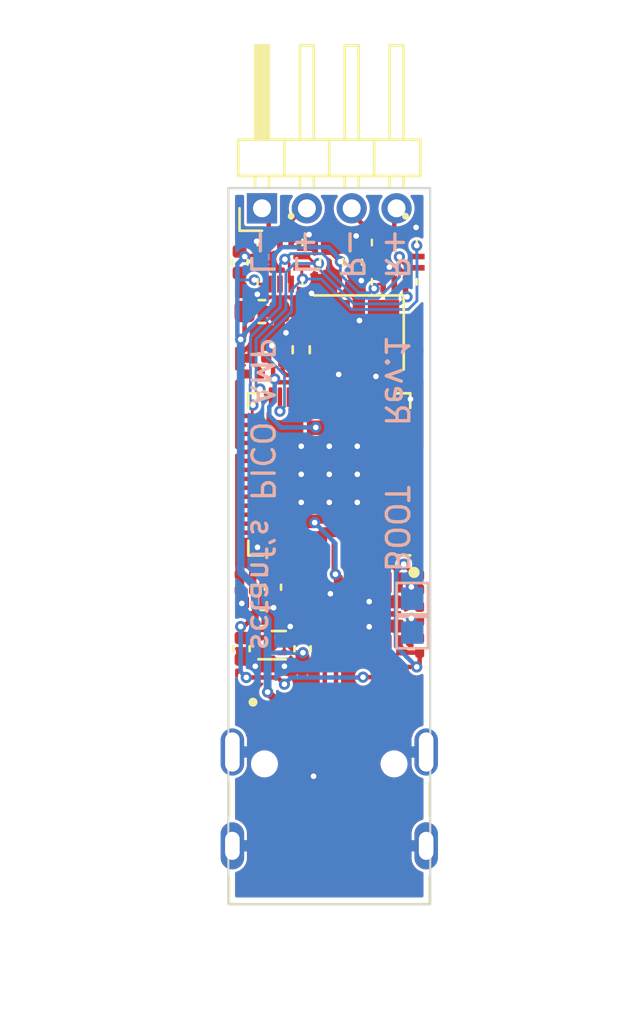
<source format=kicad_pcb>
(kicad_pcb (version 20221018) (generator pcbnew)
  (layers (0 "F.Cu" signal) (31 "B.Cu" signal) (34 "B.Paste" user) (35 "F.Paste" user) (36 "B.SilkS" user "B.Silkscreen") (37 "F.SilkS" user "F.Silkscreen") (38 "B.Mask" user) (39 "F.Mask" user) (44 "Edge.Cuts" user))
  (net 0 "")
  (net 1 "/USB_DN")
  (net 2 "/USB_DP")
  (net 3 "+3V3")
  (net 16 "+1V1")
  (net 17 "/~{USB_BOOT}")
  (net 33 "/LRCLK")
  (net 34 "/BCLK")
  (net 35 "/DOUT")
  (net 39 "L+")
  (net 40 "L-")
  (net 41 "R+")
  (net 42 "R-")
  (net 43 "VCC")
  (net 44 "GND")
  (net 45 "Net-(U1-XIN)")
  (net 46 "Net-(U1-XOUT)")
  (net 47 "Net-(C5-Pad1)")
  (net 48 "Net-(IC3-~{CS})")
  (net 49 "Net-(IC3-DO(IO1))")
  (net 50 "Net-(IC3-IO2)")
  (net 51 "Net-(IC3-DI(IO0))")
  (net 52 "Net-(IC3-CLK)")
  (net 53 "Net-(IC3-IO3)")
  (net 54 "Net-(U1-USB_DM)")
  (net 55 "Net-(U1-USB_DP)")
  (net 58 "Net-(J3-CC1)")
  (net 59 "Net-(J3-CC2)")
  (footprint "Resistor_SMD:R_0201_0603Metric" (layer "F.Cu") (at 139 99.37 90)
    (fp_text reference "R3" hide)
    (fp_text value "27R" hide)
  )
  (footprint "Capacitor_SMD:C_0201_0603Metric" (layer "F.Cu") (at 136.58 90.08)
    (fp_text reference "C23" hide)
    (fp_text value "100n" hide)
  )
  (footprint "Resistor_SMD:R_0201_0603Metric" (layer "F.Cu") (at 142.3 104.4)
    (fp_text reference "R6" hide)
    (fp_text value "5K1")
  )
  (footprint "Capacitor_SMD:C_0402_1005Metric" (layer "F.Cu") (at 137.49 99.58 -90)
    (fp_text reference "C16" hide)
    (fp_text value "1u" hide)
  )
  (footprint "Capacitor_SMD:C_0201_0603Metric" (layer "F.Cu") (at 136.33 99.02 180)
    (fp_text reference "C17" hide)
    (fp_text value "100n" hide)
  )
  (footprint "Capacitor_SMD:C_0402_1005Metric" (layer "F.Cu") (at 136 85.1 -90)
    (fp_text reference "C4" hide)
    (fp_text value "0.1uF" hide)
  )
  (footprint "Resistor_SMD:R_0201_0603Metric" (layer "F.Cu") (at 138.3 99.37 90)
    (fp_text reference "R2" hide)
    (fp_text value "27R" hide)
  )
  (footprint "Capacitor_SMD:C_0603_1608Metric" (layer "F.Cu") (at 137 87.3)
    (fp_text reference "C1" hide)
    (fp_text value "10uF" hide)
  )
  (footprint "Capacitor_SMD:C_0201_0603Metric" (layer "F.Cu") (at 144.03 102.17 90)
    (fp_text reference "C24" hide)
    (fp_text value "100n" hide)
  )
  (footprint "Capacitor_SMD:C_0201_0603Metric" (layer "F.Cu") (at 138.87 87.37 90)
    (fp_text reference "C5" hide)
    (fp_text value "15pF" hide)
  )
  (footprint "SamacSys_Parts:MAX98360AEFB" (layer "F.Cu") (at 142.9 85.1 -90)
    (fp_text reference "IC2" hide)
    (fp_text value "MAX98360AEFB+T" hide)
  )
  (footprint "Capacitor_SMD:C_0201_0603Metric" (layer "F.Cu") (at 143.77 89.73 90)
    (fp_text reference "C21" hide)
    (fp_text value "100n" hide)
  )
  (footprint "Resistor_SMD:R_0201_0603Metric" (layer "F.Cu") (at 144.03 100.77 90)
    (fp_text reference "R4" hide)
    (fp_text value "1k" hide)
  )
  (footprint "Package_DFN_QFN:UDFN-4-1EP_1x1mm_P0.65mm_EP0.48x0.48mm" (layer "F.Cu") (at 137.45 102.16)
    (fp_text reference "U2" hide)
    (fp_text value "MIC5317-3.3xM5" hide)
  )
  (footprint "Capacitor_SMD:C_0201_0603Metric" (layer "F.Cu") (at 136.87 89.38 180)
    (fp_text reference "C15" hide)
    (fp_text value "100n" hide)
  )
  (footprint "Crystal:Crystal_SMD_3225-4Pin_3.2x2.5mm" (layer "F.Cu") (at 141.32 88.23 180)
    (fp_text reference "Y1" hide)
    (fp_text value "Crystal_GND24" hide)
  )
  (footprint "Capacitor_SMD:C_0201_0603Metric" (layer "F.Cu") (at 140.4 99.57 -90)
    (fp_text reference "C14" hide)
    (fp_text value "100n" hide)
  )
  (footprint "Resistor_SMD:R_0402_1005Metric" (layer "F.Cu") (at 138.75 89 -90)
    (fp_text reference "R1" hide)
    (fp_text value "1K" hide)
  )
  (footprint "Capacitor_SMD:C_0201_0603Metric" (layer "F.Cu") (at 137.92 89.23 90)
    (fp_text reference "C20" hide)
    (fp_text value "100n" hide)
  )
  (footprint "footprint:HRO_TYPE-C-31-M-12" (layer "F.Cu") (at 140 111.1)
    (fp_text reference "J3" hide)
    (fp_text value "TYPE-C-31-M-12")
  )
  (footprint "Capacitor_SMD:C_0603_1608Metric" (layer "F.Cu") (at 140.1 85.1 -90)
    (fp_text reference "C2" hide)
    (fp_text value "10uF" hide)
  )
  (footprint "Capacitor_SMD:C_0201_0603Metric" (layer "F.Cu") (at 139.7 99.57 -90)
    (fp_text reference "C12" hide)
    (fp_text value "100n" hide)
  )
  (footprint "SamacSys_Parts:MAX98360AEFB" (layer "F.Cu") (at 137.8 85.1 -90)
    (fp_text reference "IC1" hide)
    (fp_text value "MAX98360AEFB+T" hide)
  )
  (footprint "Resistor_SMD:R_0201_0603Metric" (layer "F.Cu") (at 138.8 104.1 -90)
    (fp_text reference "R5" hide)
    (fp_text value "5K1")
  )
  (footprint "Capacitor_SMD:C_0402_1005Metric" (layer "F.Cu") (at 136.09 102.32 -90)
    (fp_text reference "C8" hide)
    (fp_text value "1uF" hide)
  )
  (footprint "Capacitor_SMD:C_0201_0603Metric" (layer "F.Cu") (at 144.03 99.37 -90)
    (fp_text reference "C22" hide)
    (fp_text value "100n" hide)
  )
  (footprint "Package_DFN_QFN:QFN-56-1EP_7x7mm_P0.4mm_EP3.2x3.2mm" (layer "F.Cu") (at 140 94.55 180)
    (fp_text reference "U1" hide)
    (fp_text value "RP2040" hide)
  )
  (footprint "Capacitor_SMD:C_0402_1005Metric" (layer "F.Cu") (at 137.05 100.95)
    (fp_text reference "C18" hide)
    (fp_text value "1u" hide)
  )
  (footprint "SamacSys_Parts:SON50P300X200X60-9N" (layer "F.Cu") (at 142.38 100.77 -90)
    (fp_text reference "IC3" hide)
    (fp_text value "W25Q16JVUXIQ_TR" hide)
  )
  (footprint "Capacitor_SMD:C_0402_1005Metric" (layer "F.Cu") (at 141.1 85.1 -90)
    (fp_text reference "C3" hide)
    (fp_text value "0.1uF" hide)
  )
  (footprint "Capacitor_SMD:C_0402_1005Metric" (layer "F.Cu") (at 138.81 102.32 90)
    (fp_text reference "C7" hide)
    (fp_text value "1uF" hide)
  )
  (footprint "Capacitor_SMD:C_0201_0603Metric" (layer "F.Cu") (at 136.33 99.72 180)
    (fp_text reference "C19" hide)
    (fp_text value "100n" hide)
  )
  (footprint "Connector_PinHeader_2.00mm:PinHeader_1x04_P2.00mm_Horizontal" (layer "F.Cu") (at 137 82.7 90)
    (fp_text reference "J1" hide)
    (fp_text value "Conn_01x04_Pin" hide)
  )
  (footprint "Capacitor_SMD:C_0201_0603Metric" (layer "F.Cu") (at 143.77 88.33 -90)
    (fp_text reference "C6" hide)
    (fp_text value "15pF" hide)
  )
  (footprint "TestPoint:TestPoint_Pad_1.0x1.0mm" (layer "B.Cu") (at 143.7 101.6 180)
    (fp_text reference "TP2" hide)
    (fp_text value "TestPoint" hide)
  )
  (footprint "TestPoint:TestPoint_Pad_1.0x1.0mm" (layer "B.Cu") (at 143.7 100.09 180)
    (fp_text reference "TP1" hide)
    (fp_text value "TestPoint" hide)
  )
  (gr_rect (start 135.5 81.8) (end 144.5 113.7) (stroke (width 0.1)) (fill none) (layer "Edge.Cuts"))
  (gr_text "R+" (at 143 83.5 270) (layer "B.SilkS") (effects (font (size 1 1)) (justify right mirror)))
  (gr_text "R-" (at 141 83.5 270) (layer "B.SilkS") (effects (font (size 1 1)) (justify right mirror)))
  (gr_text "BOOT" (at 143 99 270) (layer "B.SilkS") (effects (font (size 1 1)) (justify left mirror)))
  (gr_text "L-" (at 137 83.5 270) (layer "B.SilkS") (effects (font (size 1 1)) (justify right mirror)))
  (gr_text "Rev.1" (at 143 92.5 270) (layer "B.SilkS") (effects (font (size 1 1)) (justify left mirror)))
  (gr_text "L+" (at 139 83.5 270) (layer "B.SilkS") (effects (font (size 1 1)) (justify right mirror)))
  (gr_text "sctanf's PICO AMP" (at 137 102.5 270) (layer "B.SilkS") (effects (font (size 1 1)) (justify left mirror)))
  (segment (start 139.55 101.15) (end 139.6 101.2) (width 0.2) (layer "F.Cu") (net 1))
  (segment (start 139.8 104.8) (end 139.8 101.4) (width 0.2) (layer "F.Cu") (net 1))
  (segment (start 139.25 105.25) (end 139.25 106.005) (width 0.2) (layer "F.Cu") (net 1))
  (segment (start 138.3 99.69) (end 138.3 99.9) (width 0.2) (layer "F.Cu") (net 1))
  (segment (start 138.3 99.9) (end 139.55 101.15) (width 0.2) (layer "F.Cu") (net 1))
  (segment (start 139.7 104.8) (end 139.25 105.25) (width 0.2) (layer "F.Cu") (net 1))
  (segment (start 140.25 105.08) (end 139.97 104.8) (width 0.2) (layer "F.Cu") (net 1))
  (segment (start 139.97 104.8) (end 139.8 104.8) (width 0.2) (layer "F.Cu") (net 1))
  (segment (start 140.25 106.005) (end 140.25 105.08) (width 0.2) (layer "F.Cu") (net 1))
  (segment (start 139.8 101.4) (end 139.55 101.15) (width 0.2) (layer "F.Cu") (net 1))
  (segment (start 139.8 104.8) (end 139.7 104.8) (width 0.2) (layer "F.Cu") (net 1))
  (segment (start 139 100.14038) (end 140.3 101.44038) (width 0.2) (layer "F.Cu") (net 2))
  (segment (start 139 99.69) (end 139 100.14038) (width 0.2) (layer "F.Cu") (net 2))
  (segment (start 140.6 107.4) (end 140.1 107.4) (width 0.2) (layer "F.Cu") (net 2))
  (segment (start 140.75 107.25) (end 140.6 107.4) (width 0.2) (layer "F.Cu") (net 2))
  (segment (start 140.75 104.95) (end 140.75 106.005) (width 0.2) (layer "F.Cu") (net 2))
  (segment (start 140.3 101.44038) (end 140.3 104.5) (width 0.2) (layer "F.Cu") (net 2))
  (segment (start 139.75 106.005) (end 139.75 107.05) (width 0.2) (layer "F.Cu") (net 2))
  (segment (start 140.3 104.5) (end 140.75 104.95) (width 0.2) (layer "F.Cu") (net 2))
  (segment (start 140.75 106.005) (end 140.75 107.25) (width 0.2) (layer "F.Cu") (net 2))
  (segment (start 139.75 107.05) (end 140.1 107.4) (width 0.2) (layer "F.Cu") (net 2))
  (segment (start 143.875 93.55) (end 144.1 93.325) (width 0.2) (layer "F.Cu") (net 3))
  (segment (start 136.65 100.87) (end 136.57 100.95) (width 0.2) (layer "F.Cu") (net 3))
  (segment (start 136.09 101.84) (end 136.905 101.84) (width 0.2) (layer "F.Cu") (net 3))
  (segment (start 138 103.9) (end 137.7 103.6) (width 0.2) (layer "F.Cu") (net 3))
  (segment (start 139.7 99.25) (end 139.8 99.15) (width 0.2) (layer "F.Cu") (net 3))
  (segment (start 139.4 98.760378) (end 139.7 99.060378) (width 0.2) (layer "F.Cu") (net 3))
  (segment (start 139.8 97.15) (end 139.8 97.55) (width 0.2) (layer "F.Cu") (net 3))
  (segment (start 139.7 99.060378) (end 139.7 99.25) (width 0.2) (layer "F.Cu") (net 3))
  (segment (start 137.4 97.9875) (end 136.65 98.7375) (width 0.2) (layer "F.Cu") (net 3))
  (segment (start 138.06 90.125) (end 137.92 89.985) (width 0.2) (layer "F.Cu") (net 3))
  (segment (start 136.125 93.55) (end 135.9 93.325) (width 0.2) (layer "F.Cu") (net 3))
  (segment (start 137.8 97.35) (end 137.6 97.15) (width 0.2) (layer "F.Cu") (net 3))
  (segment (start 136.5625 93.55) (end 136.125 93.55) (width 0.2) (layer "F.Cu") (net 3))
  (segment (start 143.13 102.17) (end 143.45 102.49) (width 0.2) (layer "F.Cu") (net 3))
  (segment (start 139.8 99.15) (end 139.8 97.9875) (width 0.2) (layer "F.Cu") (net 3))
  (segment (start 143.77 90.05) (end 143.76 90.05) (width 0.2) (layer "F.Cu") (net 3))
  (segment (start 139.8 90.626472) (end 139.298527 90.125) (width 0.2) (layer "F.Cu") (net 3))
  (segment (start 137.92 89.985) (end 137.92 89.55) (width 0.2) (layer "F.Cu") (net 3))
  (segment (start 136.0495 101.33) (end 136.09 101.3705) (width 0.2) (layer "F.Cu") (net 3))
  (segment (start 144.03 97.7425) (end 143.4375 97.15) (width 0.2) (layer "F.Cu") (net 3))
  (segment (start 136.65 99.72) (end 136.65 100.87) (width 0.2) (layer "F.Cu") (net 3))
  (segment (start 136.5625 93.55) (end 137.4 93.55) (width 0.2) (layer "F.Cu") (net 3))
  (segment (start 139.4 97.35) (end 139.6 97.15) (width 0.2) (layer "F.Cu") (net 3))
  (segment (start 139.8 91.1125) (end 139.8 90.626472) (width 0.2) (layer "F.Cu") (net 3))
  (segment (start 136.09 101.3705) (end 136.09 101.84) (width 0.2) (layer "F.Cu") (net 3))
  (segment (start 136.905 101.84) (end 136.91 101.835) (width 0.2) (layer "F.Cu") (net 3))
  (segment (start 137.8 97.9875) (end 137.4 97.9875) (width 0.2) (layer "F.Cu") (net 3))
  (segment (start 136.0495 101.33) (end 136.19 101.33) (width 0.2) (layer "F.Cu") (net 3))
  (segment (start 143.4375 93.55) (end 143.875 93.55) (width 0.2) (layer "F.Cu") (net 3))
  (segment (start 144.03 103) (end 143.9 103.13) (width 0.2) (layer "F.Cu") (net 3))
  (segment (start 144.03 99.05) (end 144.03 97.7425) (width 0.2) (layer "F.Cu") (net 3))
  (segment (start 143.4375 93.55) (end 142.6 93.55) (width 0.2) (layer "F.Cu") (net 3))
  (segment (start 144.03 99.05) (end 143.822583 99.05) (width 0.2) (layer "F.Cu") (net 3))
  (segment (start 136.65 99.02) (end 136.65 99.72) (width 0.2) (layer "F.Cu") (net 3))
  (segment (start 139.8 97.9875) (end 139.8 97.15) (width 0.2) (layer "F.Cu") (net 3))
  (segment (start 144.1 90.38) (end 143.77 90.05) (width 0.2) (layer "F.Cu") (net 3))
  (segment (start 137.8 97.9875) (end 137.8 97.35) (width 0.2) (layer "F.Cu") (net 3))
  (segment (start 143.4375 97.15) (end 142.6 97.15) (width 0.2) (layer "F.Cu") (net 3))
  (segment (start 137.4 97.9875) (end 137.4 97.15) (width 0.2) (layer "F.Cu") (net 3))
  (segment (start 139.4 97.9875) (end 139.4 97.35) (width 0.2) (layer "F.Cu") (net 3))
  (segment (start 139.8 91.75) (end 140 91.95) (width 0.2) (layer "F.Cu") (net 3))
  (segment (start 136.19 101.33) (end 136.57 100.95) (width 0.2) (layer "F.Cu") (net 3))
  (segment (start 136.65 98.7375) (end 136.65 99.02) (width 0.2) (layer "F.Cu") (net 3))
  (segment (start 135.9 93.325) (end 135.9 90.44) (width 0.2) (layer "F.Cu") (net 3))
  (segment (start 137.7 103.6) (end 136.3 103.6) (width 0.2) (layer "F.Cu") (net 3))
  (segment (start 144.1 93.325) (end 144.1 90.38) (width 0.2) (layer "F.Cu") (net 3))
  (segment (start 143.822583 99.05) (end 143.320252 98.547669) (width 0.2) (layer "F.Cu") (net 3))
  (segment (start 141.505613 103.585659) (end 142.214341 103.585659) (width 0.2) (layer "F.Cu") (net 3))
  (segment (start 142.67 103.13) (end 143.9 103.13) (width 0.2) (layer "F.Cu") (net 3))
  (segment (start 139.4 97.9875) (end 139.4 98.760378) (width 0.2) (layer "F.Cu") (net 3))
  (segment (start 143.45 102.49) (end 144.03 102.49) (width 0.2) (layer "F.Cu") (net 3))
  (segment (start 139.8 91.1125) (end 139.8 91.75) (width 0.2) (layer "F.Cu") (net 3))
  (segment (start 139.298527 90.125) (end 138.06 90.125) (width 0.2) (layer "F.Cu") (net 3))
  (segment (start 136.5625 97.15) (end 137.4 97.15) (width 0.2) (layer "F.Cu") (net 3))
  (segment (start 142.214341 103.585659) (end 142.67 103.13) (width 0.2) (layer "F.Cu") (net 3))
  (segment (start 144.03 102.49) (end 144.03 103) (width 0.2) (layer "F.Cu") (net 3))
  (segment (start 135.9 90.44) (end 136.26 90.08) (width 0.2) (layer "F.Cu") (net 3))
  (via (at 136.0495 101.33) (size 0.5) (drill 0.25) (layers "F.Cu" "B.Cu") (net 3))
  (via (at 143.320252 98.547669) (size 0.5) (drill 0.25) (layers "F.Cu" "B.Cu") (net 3))
  (via (at 143.9 103.13) (size 0.5) (drill 0.25) (layers "F.Cu" "B.Cu") (net 3))
  (via (at 138 103.9) (size 0.5) (drill 0.25) (layers "F.Cu" "B.Cu") (net 3))
  (via (at 136.3 103.6) (size 0.5) (drill 0.25) (layers "F.Cu" "B.Cu") (net 3))
  (via (at 141.505613 103.585659) (size 0.5) (drill 0.25) (layers "F.Cu" "B.Cu") (net 3))
  (segment (start 136.0495 103.3495) (end 136.0495 101.33) (width 0.2) (layer "B.Cu") (net 3))
  (segment (start 136.3 103.6) (end 136.0495 103.3495) (width 0.2) (layer "B.Cu") (net 3))
  (segment (start 138.3 103.6) (end 138 103.9) (width 0.2) (layer "B.Cu") (net 3))
  (segment (start 142.975 98.892921) (end 142.975 102.205) (width 0.2) (layer "B.Cu") (net 3))
  (segment (start 141.505613 103.585659) (end 141.491272 103.6) (width 0.2) (layer "B.Cu") (net 3))
  (segment (start 142.975 102.205) (end 143.9 103.13) (width 0.2) (layer "B.Cu") (net 3))
  (segment (start 143.320252 98.547669) (end 142.975 98.892921) (width 0.2) (layer "B.Cu") (net 3))
  (segment (start 141.491272 103.6) (end 138.3 103.6) (width 0.2) (layer "B.Cu") (net 3))
  (segment (start 137.714945 90.45) (end 137.495 90.230055) (width 0.2) (layer "F.Cu") (net 16))
  (segment (start 138.2 97.9875) (end 138.2 97.15) (width 0.2) (layer "F.Cu") (net 16))
  (segment (start 140.274098 99.001132) (end 140.2 98.927034) (width 0.2) (layer "F.Cu") (net 16))
  (segment (start 138.2 98.43) (end 137.53 99.1) (width 0.2) (layer "F.Cu") (net 16))
  (segment (start 137.495 90.230055) (end 137.495 89.685) (width 0.2) (layer "F.Cu") (net 16))
  (segment (start 137.495 89.685) (end 137.19 89.38) (width 0.2) (layer "F.Cu") (net 16))
  (segment (start 137.53 99.1) (end 137.49 99.1) (width 0.2) (layer "F.Cu") (net 16))
  (segment (start 139.4 91.1125) (end 139.4 90.686092) (width 0.2) (layer "F.Cu") (net 16))
  (segment (start 139.4 90.686092) (end 139.163908 90.45) (width 0.2) (layer "F.Cu") (net 16))
  (segment (start 140.2 98.927034) (end 140.2 97.9875) (width 0.2) (layer "F.Cu") (net 16))
  (segment (start 140.4 99.127034) (end 140.274098 99.001132) (width 0.2) (layer "F.Cu") (net 16))
  (segment (start 139.163908 90.45) (end 137.714945 90.45) (width 0.2) (layer "F.Cu") (net 16))
  (segment (start 138.2 97.9875) (end 138.2 98.43) (width 0.2) (layer "F.Cu") (net 16))
  (via (at 139.35 96.7) (size 0.5) (drill 0.25) (layers "F.Cu" "B.Cu") (net 16))
  (via (at 137.566749 90.301804) (size 0.5) (drill 0.25) (layers "F.Cu" "B.Cu") (net 16))
  (via (at 139.4 92.46) (size 0.5) (drill 0.25) (layers "F.Cu" "B.Cu") (net 16))
  (via (at 140.274098 99.001132) (size 0.5) (drill 0.25) (layers "F.Cu" "B.Cu") (net 16))
  (segment (start 140.274098 99.001132) (end 140.274098 97.624098) (width 0.2) (layer "B.Cu") (net 16))
  (segment (start 140.274098 97.624098) (end 139.35 96.7) (width 0.2) (layer "B.Cu") (net 16))
  (segment (start 137.324852 91.541565) (end 137.324852 91.935069) (width 0.2) (layer "B.Cu") (net 16))
  (segment (start 137.566749 91.299668) (end 137.324852 91.541565) (width 0.2) (layer "B.Cu") (net 16))
  (segment (start 137.849783 92.46) (end 139.4 92.46) (width 0.2) (layer "B.Cu") (net 16))
  (segment (start 137.566749 90.301804) (end 137.566749 91.299668) (width 0.2) (layer "B.Cu") (net 16))
  (segment (start 137.324852 91.935069) (end 137.849783 92.46) (width 0.2) (layer "B.Cu") (net 16))
  (segment (start 143.781604 101.09) (end 143.658683 100.967079) (width 0.125) (layer "F.Cu") (net 17))
  (segment (start 144.03 101.09) (end 143.781604 101.09) (width 0.125) (layer "F.Cu") (net 17))
  (via (at 143.658683 100.967079) (size 0.5) (drill 0.25) (layers "F.Cu" "B.Cu") (net 17))
  (segment (start 139.040166 84.85) (end 138.775 84.85) (width 0.125) (layer "F.Cu") (net 33))
  (segment (start 143.468567 86.643063) (end 143.4 86.574496) (width 0.125) (layer "F.Cu") (net 33))
  (segment (start 137.2725 91.1125) (end 136.91 90.75) (width 0.125) (layer "F.Cu") (net 33))
  (segment (start 137.4 91.1125) (end 137.2725 91.1125) (width 0.125) (layer "F.Cu") (net 33))
  (segment (start 139.518168 85.156423) (end 139.346589 85.156423) (width 0.125) (layer "F.Cu") (net 33))
  (segment (start 139.346589 85.156423) (end 139.040166 84.85) (width 0.125) (layer "F.Cu") (net 33))
  (segment (start 143.4 86.574496) (end 143.4 86.075) (width 0.125) (layer "F.Cu") (net 33))
  (via (at 139.518168 85.156423) (size 0.5) (drill 0.25) (layers "F.Cu" "B.Cu") (net 33))
  (via (at 143.468567 86.643063) (size 0.5) (drill 0.25) (layers "F.Cu" "B.Cu") (net 33))
  (via (at 136.91 90.75) (size 0.5) (drill 0.25) (layers "F.Cu" "B.Cu") (net 33))
  (segment (start 139.518168 85.377093) (end 139.518168 85.156423) (width 0.125) (layer "B.Cu") (net 33))
  (segment (start 138.066624 87.201763) (end 136.737 88.531388) (width 0.125) (layer "B.Cu") (net 33))
  (segment (start 136.737 90.577) (end 136.91 90.75) (width 0.125) (layer "B.Cu") (net 33))
  (segment (start 138.452296 85.156423) (end 138.066624 85.542095) (width 0.125) (layer "B.Cu") (net 33))
  (segment (start 136.737 88.531388) (end 136.737 90.577) (width 0.125) (layer "B.Cu") (net 33))
  (segment (start 141.098575 86.9575) (end 139.518168 85.377093) (width 0.125) (layer "B.Cu") (net 33))
  (segment (start 143.468567 86.643063) (end 143.15413 86.9575) (width 0.125) (layer "B.Cu") (net 33))
  (segment (start 139.518168 85.156423) (end 138.452296 85.156423) (width 0.125) (layer "B.Cu") (net 33))
  (segment (start 138.066624 85.542095) (end 138.066624 87.201763) (width 0.125) (layer "B.Cu") (net 33))
  (segment (start 143.15413 86.9575) (end 141.098575 86.9575) (width 0.125) (layer "B.Cu") (net 33))
  (segment (start 138.775 85.8145) (end 138.81 85.8495) (width 0.125) (layer "F.Cu") (net 34))
  (segment (start 137.8 91.738169) (end 137.8 91.1125) (width 0.125) (layer "F.Cu") (net 34))
  (segment (start 143.9 84.36) (end 143.9 84.825) (width 0.125) (layer "F.Cu") (net 34))
  (segment (start 143.9 84.825) (end 143.875 84.85) (width 0.125) (layer "F.Cu") (net 34))
  (segment (start 137.799852 91.738317) (end 137.8 91.738169) (width 0.125) (layer "F.Cu") (net 34))
  (segment (start 138.775 85.35) (end 138.775 85.8145) (width 0.125) (layer "F.Cu") (net 34))
  (via (at 143.9 84.36) (size 0.5) (drill 0.25) (layers "F.Cu" "B.Cu") (net 34))
  (via (at 138.81 85.8495) (size 0.5) (drill 0.25) (layers "F.Cu" "B.Cu") (net 34))
  (via (at 137.799852 91.738317) (size 0.5) (drill 0.25) (layers "F.Cu" "B.Cu") (net 34))
  (segment (start 138.004249 91.53392) (end 138.004249 90.120585) (width 0.125) (layer "B.Cu") (net 34))
  (segment (start 140.995021 87.2075) (end 143.522849 87.2075) (width 0.125) (layer "B.Cu") (net 34))
  (segment (start 138.316624 87.305318) (end 138.316624 86.342876) (width 0.125) (layer "B.Cu") (net 34))
  (segment (start 136.987 89.103336) (end 136.987 88.634942) (width 0.125) (layer "B.Cu") (net 34))
  (segment (start 138.004249 90.120585) (end 136.987 89.103336) (width 0.125) (layer "B.Cu") (net 34))
  (segment (start 143.91 84.37) (end 143.9 84.36) (width 0.125) (layer "B.Cu") (net 34))
  (segment (start 143.522849 87.2075) (end 143.91 86.820349) (width 0.125) (layer "B.Cu") (net 34))
  (segment (start 136.987 88.634942) (end 138.316624 87.305318) (width 0.125) (layer "B.Cu") (net 34))
  (segment (start 138.81 85.8495) (end 139.637021 85.8495) (width 0.125) (layer "B.Cu") (net 34))
  (segment (start 143.91 86.820349) (end 143.91 84.37) (width 0.125) (layer "B.Cu") (net 34))
  (segment (start 138.316624 86.342876) (end 138.81 85.8495) (width 0.125) (layer "B.Cu") (net 34))
  (segment (start 137.799852 91.738317) (end 138.004249 91.53392) (width 0.125) (layer "B.Cu") (net 34))
  (segment (start 139.637021 85.8495) (end 140.995021 87.2075) (width 0.125) (layer "B.Cu") (net 34))
  (segment (start 143.5 85.35) (end 143.875 85.35) (width 0.125) (layer "F.Cu") (net 35))
  (segment (start 143.125827 84.860672) (end 143.125827 84.975827) (width 0.125) (layer "F.Cu") (net 35))
  (segment (start 138.2125 85.9875) (end 138.2125 85.1625) (width 0.125) (layer "F.Cu") (net 35))
  (segment (start 138.3 86.075) (end 138.2125 85.9875) (width 0.125) (layer "F.Cu") (net 35))
  (segment (start 136.5625 91.95) (end 136.5625 91.5065) (width 0.125) (layer "F.Cu") (net 35))
  (segment (start 143.125827 84.975827) (end 143.5 85.35) (width 0.125) (layer "F.Cu") (net 35))
  (segment (start 138.2125 85.1625) (end 138.02 84.97) (width 0.125) (layer "F.Cu") (net 35))
  (segment (start 136.5625 91.5065) (end 136.599 91.47) (width 0.125) (layer "F.Cu") (net 35))
  (via (at 138.02 84.97) (size 0.5) (drill 0.25) (layers "F.Cu" "B.Cu") (net 35))
  (via (at 143.125827 84.860672) (size 0.5) (drill 0.25) (layers "F.Cu" "B.Cu") (net 35))
  (via (at 136.599 91.47) (size 0.5) (drill 0.25) (layers "F.Cu" "B.Cu") (net 35))
  (segment (start 138.271077 84.718923) (end 139.699387 84.718923) (width 0.125) (layer "B.Cu") (net 35))
  (segment (start 136.487 90.554281) (end 136.487 88.427834) (width 0.125) (layer "B.Cu") (net 35))
  (segment (start 139.955668 84.975204) (end 139.955668 85.46104) (width 0.125) (layer "B.Cu") (net 35))
  (segment (start 138.02 84.97) (end 138.271077 84.718923) (width 0.125) (layer "B.Cu") (net 35))
  (segment (start 139.699387 84.718923) (end 139.955668 84.975204) (width 0.125) (layer "B.Cu") (net 35))
  (segment (start 136.4725 91.3435) (end 136.4725 90.568781) (width 0.125) (layer "B.Cu") (net 35))
  (segment (start 136.4725 90.568781) (end 136.487 90.554281) (width 0.125) (layer "B.Cu") (net 35))
  (segment (start 139.955668 85.46104) (end 141.202129 86.7075) (width 0.125) (layer "B.Cu") (net 35))
  (segment (start 142.181219 86.7075) (end 143.125827 85.762892) (width 0.125) (layer "B.Cu") (net 35))
  (segment (start 136.599 91.47) (end 136.4725 91.3435) (width 0.125) (layer "B.Cu") (net 35))
  (segment (start 137.816624 87.09821) (end 137.816624 85.173376) (width 0.125) (layer "B.Cu") (net 35))
  (segment (start 141.202129 86.7075) (end 142.181219 86.7075) (width 0.125) (layer "B.Cu") (net 35))
  (segment (start 143.125827 85.762892) (end 143.125827 84.860672) (width 0.125) (layer "B.Cu") (net 35))
  (segment (start 137.816624 85.173376) (end 138.02 84.97) (width 0.125) (layer "B.Cu") (net 35))
  (segment (start 136.487 88.427834) (end 137.816624 87.09821) (width 0.125) (layer "B.Cu") (net 35))
  (segment (start 137.8 84.125) (end 137.8 83.75) (width 0.2) (layer "F.Cu") (net 39))
  (segment (start 137.8 83.75) (end 138.85 82.7) (width 0.2) (layer "F.Cu") (net 39))
  (segment (start 138.85 82.7) (end 139 82.7) (width 0.2) (layer "F.Cu") (net 39))
  (segment (start 137.3 84.125) (end 137.3 83) (width 0.2) (layer "F.Cu") (net 40))
  (segment (start 137.3 83) (end 137 82.7) (width 0.2) (layer "F.Cu") (net 40))
  (segment (start 142.9 82.8) (end 143 82.7) (width 0.2) (layer "F.Cu") (net 41))
  (segment (start 142.9 84.125) (end 142.9 82.8) (width 0.2) (layer "F.Cu") (net 41))
  (segment (start 142.205 84.125) (end 141 82.92) (width 0.2) (layer "F.Cu") (net 42))
  (segment (start 142.4 84.125) (end 142.205 84.125) (width 0.2) (layer "F.Cu") (net 42))
  (segment (start 141 82.92) (end 141 82.7) (width 0.2) (layer "F.Cu") (net 42))
  (segment (start 136.23 84.85) (end 136 84.62) (width 0.2) (layer "F.Cu") (net 43))
  (segment (start 138.81 102.8) (end 137.99 101.98) (width 0.2) (layer "F.Cu") (net 43))
  (segment (start 140.395 84.62) (end 140.1 84.325) (width 0.2) (layer "F.Cu") (net 43))
  (segment (start 137.55 106.005) (end 137.55 106.78) (width 0.35) (layer "F.Cu") (net 43))
  (segment (start 142.195 86.075) (end 142.4 86.075) (width 0.125) (layer "F.Cu") (net 43))
  (segment (start 137.99 102.485) (end 137.99 101.98) (width 0.125) (layer "F.Cu") (net 43))
  (segment (start 137.55 104.55) (end 137.25 104.25) (width 0.35) (layer "F.Cu") (net 43))
  (segment (start 138.81 102.51) (end 138.8255 102.4945) (width 0.2) (layer "F.Cu") (net 43))
  (segment (start 136.225 87.3) (end 136.225 88.3645) (width 0.2) (layer "F.Cu") (net 43))
  (segment (start 141.33 84.85) (end 141.1 84.62) (width 0.2) (layer "F.Cu") (net 43))
  (segment (start 136.825 84.85) (end 136.23 84.85) (width 0.2) (layer "F.Cu") (net 43))
  (segment (start 141.7 108.4) (end 141.7 107.543984) (width 0.35) (layer "F.Cu") (net 43))
  (segment (start 136.225 88.3645) (end 136.0495 88.54) (width 0.2) (layer "F.Cu") (net 43))
  (segment (start 137.3 86.075) (end 136.839968 86.075) (width 0.125) (layer "F.Cu") (net 43))
  (segment (start 138.2 107.43) (end 138.2 108.2) (width 0.35) (layer "F.Cu") (net 43))
  (segment (start 137.995 101.84) (end 137.99 101.835) (width 0.2) (layer "F.Cu") (net 43))
  (segment (start 140.1 84.678099) (end 140.1 84.325) (width 0.2) (layer "F.Cu") (net 43))
  (segment (start 138.81 102.8) (end 138.81 102.51) (width 0.2) (layer "F.Cu") (net 43))
  (segment (start 137.55 106.005) (end 137.55 104.55) (width 0.35) (layer "F.Cu") (net 43))
  (segment (start 138.8 108.8) (end 141.3 108.8) (width 0.35) (layer "F.Cu") (net 43))
  (segment (start 142.45 106.793984) (end 142.45 106.005) (width 0.35) (layer "F.Cu") (net 43))
  (segment (start 141.925 84.85) (end 141.33 84.85) (width 0.2) (layer "F.Cu") (net 43))
  (segment (start 137.55 106.78) (end 138.2 107.43) (width 0.35) (layer "F.Cu") (net 43))
  (segment (start 141.3 108.8) (end 141.7 108.4) (width 0.35) (layer "F.Cu") (net 43))
  (segment (start 138.2 108.2) (end 138.8 108.8) (width 0.35) (layer "F.Cu") (net 43))
  (segment (start 137.99 101.98) (end 137.99 101.835) (width 0.2) (layer "F.Cu") (net 43))
  (segment (start 141.1 84.62) (end 140.395 84.62) (width 0.2) (layer "F.Cu") (net 43))
  (segment (start 141.7 107.543984) (end 142.45 106.793984) (width 0.35) (layer "F.Cu") (net 43))
  (segment (start 140.493634 85.071733) (end 140.1 84.678099) (width 0.2) (layer "F.Cu") (net 43))
  (segment (start 142 86.27) (end 142.195 86.075) (width 0.125) (layer "F.Cu") (net 43))
  (segment (start 136.839968 86.075) (end 136.655208 85.89024) (width 0.125) (layer "F.Cu") (net 43))
  (via (at 137.25 104.25) (size 0.5) (drill 0.25) (layers "F.Cu" "B.Cu") (net 43))
  (via (at 142 86.27) (size 0.5) (drill 0.25) (layers "F.Cu" "B.Cu") (net 43))
  (via (at 136.23 84.85) (size 0.5) (drill 0.25) (layers "F.Cu" "B.Cu") (net 43))
  (via (at 138.8255 102.4945) (size 0.5) (drill 0.25) (layers "F.Cu" "B.Cu") (net 43))
  (via (at 140.493634 85.071733) (size 0.5) (drill 0.25) (layers "F.Cu" "B.Cu") (net 43))
  (via (at 136.655208 85.89024) (size 0.5) (drill 0.25) (layers "F.Cu" "B.Cu") (net 43))
  (via (at 136.0495 88.54) (size 0.5) (drill 0.25) (layers "F.Cu" "B.Cu") (net 43))
  (segment (start 137.886825 84.431423) (end 137.529124 84.789124) (width 0.2) (layer "B.Cu") (net 43))
  (segment (start 136.675 100.435) (end 136.687182 100.435) (width 0.35) (layer "B.Cu") (net 43))
  (segment (start 140.493634 85.071733) (end 140.493634 84.961882) (width 0.2) (layer "B.Cu") (net 43))
  (segment (start 139.963175 84.431423) (end 137.886825 84.431423) (width 0.2) (layer "B.Cu") (net 43))
  (segment (start 135.90024 85.89024) (end 135.9 85.89) (width 0.125) (layer "B.Cu") (net 43))
  (segment (start 140.493634 85.645452) (end 141.305682 86.4575) (width 0.125) (layer "B.Cu") (net 43))
  (segment (start 135.9 85.89) (end 135.9 85.18) (width 0.2) (layer "B.Cu") (net 43))
  (segment (start 141.8125 86.4575) (end 142 86.27) (width 0.125) (layer "B.Cu") (net 43))
  (segment (start 140.493634 85.071733) (end 140.493634 85.645452) (width 0.125) (layer "B.Cu") (net 43))
  (segment (start 137.529124 85.89) (end 137.529124 86.979124) (width 0.2) (layer "B.Cu") (net 43))
  (segment (start 137.25 102.5) (end 137.25 104.25) (width 0.35) (layer "B.Cu") (net 43))
  (segment (start 137.25 100.997818) (end 137.25 102.5) (width 0.35) (layer "B.Cu") (net 43))
  (segment (start 136.675 100.435) (end 136.675 99.535) (width 0.35) (layer "B.Cu") (net 43))
  (segment (start 136.655208 85.89024) (end 135.90024 85.89024) (width 0.125) (layer "B.Cu") (net 43))
  (segment (start 138.8255 102.4945) (end 137.2555 102.4945) (width 0.2) (layer "B.Cu") (net 43))
  (segment (start 135.9 86.448248) (end 135.9 85.89) (width 0.2) (layer "B.Cu") (net 43))
  (segment (start 135.9 86.448248) (end 135.9 87.64) (width 0.2) (layer "B.Cu") (net 43))
  (segment (start 141.305682 86.4575) (end 141.8125 86.4575) (width 0.125) (layer "B.Cu") (net 43))
  (segment (start 135.9 87.533219) (end 135.9 87.64) (width 0.125) (layer "B.Cu") (net 43))
  (segment (start 136.0495 98.9095) (end 136.0495 88.54) (width 0.35) (layer "B.Cu") (net 43))
  (segment (start 137.529124 86.979124) (end 136.0495 88.458748) (width 0.2) (layer "B.Cu") (net 43))
  (segment (start 136.0495 88.458748) (end 136.0495 88.54) (width 0.2) (layer "B.Cu") (net 43))
  (segment (start 136.687182 100.435) (end 137.25 100.997818) (width 0.35) (layer "B.Cu") (net 43))
  (segment (start 137.488624 85.8495) (end 137.529124 85.89) (width 0.125) (layer "B.Cu") (net 43))
  (segment (start 140.493634 84.961882) (end 139.963175 84.431423) (width 0.2) (layer "B.Cu") (net 43))
  (segment (start 135.9 85.18) (end 136.23 84.85) (width 0.2) (layer "B.Cu") (net 43))
  (segment (start 137.529124 84.789124) (end 137.529124 85.89) (width 0.2) (layer "B.Cu") (net 43))
  (segment (start 136.675 99.535) (end 136.0495 98.9095) (width 0.35) (layer "B.Cu") (net 43))
  (segment (start 135.9 88.3905) (end 136.0495 88.54) (width 0.2) (layer "B.Cu") (net 43))
  (segment (start 135.9 87.64) (end 135.9 88.3905) (width 0.2) (layer "B.Cu") (net 43))
  (segment (start 137.2555 102.4945) (end 137.25 102.5) (width 0.2) (layer "B.Cu") (net 43))
  (segment (start 138.61657 101.33) (end 138.81 101.52343) (width 0.2) (layer "F.Cu") (net 44))
  (segment (start 136.55 89.53) (end 136.55 89.38) (width 0.2) (layer "F.Cu") (net 44))
  (segment (start 136.9 89.88) (end 136.55 89.53) (width 0.2) (layer "F.Cu") (net 44))
  (segment (start 141.925 85.35) (end 141.33 85.35) (width 0.2) (layer "F.Cu") (net 44))
  (segment (start 136.825 85.35) (end 136.23 85.35) (width 0.2) (layer "F.Cu") (net 44))
  (segment (start 136.23 85.35) (end 136 85.58) (width 0.2) (layer "F.Cu") (net 44))
  (segment (start 143.782249 99.69) (end 143.6595 99.567251) (width 0.2) (layer "F.Cu") (net 44))
  (segment (start 137.482334 100.997666) (end 137.53 100.95) (width 0.125) (layer "F.Cu") (net 44))
  (segment (start 138.81 101.52343) (end 138.81 101.84) (width 0.2) (layer "F.Cu") (net 44))
  (segment (start 137.482334 102.127666) (end 137.482334 100.997666) (width 0.125) (layer "F.Cu") (net 44))
  (segment (start 137.45 102.16) (end 137.482334 102.127666) (width 0.125) (layer "F.Cu") (net 44))
  (segment (start 142.42 89.206586) (end 142.42 89.08) (width 0.2) (layer "F.Cu") (net 44))
  (segment (start 144.03 99.69) (end 143.782249 99.69) (width 0.2) (layer "F.Cu") (net 44))
  (segment (start 141 91.1125) (end 141 90.626586) (width 0.2) (layer "F.Cu") (net 44))
  (segment (start 141 90.626586) (end 142.42 89.206586) (width 0.2) (layer "F.Cu") (net 44))
  (segment (start 141.33 85.35) (end 141.1 85.58) (width 0.2) (layer "F.Cu") (net 44))
  (segment (start 138.26 101.33) (end 138.61657 101.33) (width 0.2) (layer "F.Cu") (net 44))
  (segment (start 136.9 90.08) (end 136.9 89.88) (width 0.2) (layer "F.Cu") (net 44))
  (via (at 138.070063 88.244898) (size 0.5) (drill 0.25) (layers "F.Cu" "B.Cu") (net 44))
  (via (at 139.1 83.87) (size 0.5) (drill 0.25) (layers "F.Cu" "B.Cu") (net 44))
  (via (at 136.79 86.53) (size 0.5) (drill 0.25) (layers "F.Cu" "B.Cu") (net 44))
  (via (at 142.68 85.32) (size 0.5) (drill 0.25) (layers "F.Cu" "B.Cu") (net 44))
  (via (at 141.25 95.8) (size 0.5) (drill 0.25) (layers "F.Cu" "B.Cu") (net 44))
  (via (at 140.05 99.87) (size 0.5) (drill 0.25) (layers "F.Cu" "B.Cu") (net 44))
  (via (at 138.26 101.33) (size 0.5) (drill 0.25) (layers "F.Cu" "B.Cu") (net 44))
  (via (at 141.3455 87.7) (size 0.5) (drill 0.25) (layers "F.Cu" "B.Cu") (net 44))
  (via (at 138.75 93.3) (size 0.5) (drill 0.25) (layers "F.Cu" "B.Cu") (net 44))
  (via (at 140.42 90.1) (size 0.5) (drill 0.25) (layers "F.Cu" "B.Cu") (net 44))
  (via (at 137.439447 88.822016) (size 0.5) (drill 0.25) (layers "F.Cu" "B.Cu") (net 44))
  (via (at 142.08 90.19) (size 0.5) (drill 0.25) (layers "F.Cu" "B.Cu") (net 44))
  (via (at 138.75 95.8) (size 0.5) (drill 0.25) (layers "F.Cu" "B.Cu") (net 44))
  (via (at 138.75 94.55) (size 0.5) (drill 0.25) (layers "F.Cu" "B.Cu") (net 44))
  (via (at 143.6595 99.567251) (size 0.5) (drill 0.25) (layers "F.Cu" "B.Cu") (net 44))
  (via (at 139.21 86.49) (size 0.5) (drill 0.25) (layers "F.Cu" "B.Cu") (net 44))
  (via (at 143.62 91.2) (size 0.5) (drill 0.25) (layers "F.Cu" "B.Cu") (net 44))
  (via (at 141.43 85.92) (size 0.5) (drill 0.25) (layers "F.Cu" "B.Cu") (net 44))
  (via (at 141.78 100.22) (size 0.5) (drill 0.25) (layers "F.Cu" "B.Cu") (net 44))
  (via (at 143.87 83.55) (size 0.5) (drill 0.25) (layers "F.Cu" "B.Cu") (net 44))
  (via (at 137.52 100.49) (size 0.5) (drill 0.25) (layers "F.Cu" "B.Cu") (net 44))
  (via (at 140 94.55) (size 0.5) (drill 0.25) (layers "F.Cu" "B.Cu") (net 44))
  (via (at 141.25 94.55) (size 0.5) (drill 0.25) (layers "F.Cu" "B.Cu") (net 44))
  (via (at 141.2 83.93) (size 0.5) (drill 0.25) (layers "F.Cu" "B.Cu") (net 44))
  (via (at 139.3 108) (size 0.5) (drill 0.25) (layers "F.Cu" "B.Cu") (net 44))
  (via (at 136.76 84.17) (size 0.5) (drill 0.25) (layers "F.Cu" "B.Cu") (net 44))
  (via (at 140 93.3) (size 0.5) (drill 0.25) (layers "F.Cu" "B.Cu") (net 44))
  (via (at 141.78 101.34) (size 0.5) (drill 0.25) (layers "F.Cu" "B.Cu") (net 44))
  (via (at 136.7 103.1) (size 0.5) (drill 0.25) (layers "F.Cu" "B.Cu") (net 44))
  (via (at 141.25 93.3) (size 0.5) (drill 0.25) (layers "F.Cu" "B.Cu") (net 44))
  (via (at 138 103.1) (size 0.5) (drill 0.25) (layers "F.Cu" "B.Cu") (net 44))
  (via (at 140 95.8) (size 0.5) (drill 0.25) (layers "F.Cu" "B.Cu") (net 44))
  (via (at 136.1 100.3) (size 0.5) (drill 0.25) (layers "F.Cu" "B.Cu") (net 44))
  (via (at 136.8 97.8) (size 0.5) (drill 0.25) (layers "F.Cu" "B.Cu") (net 44))
  (segment (start 143.77 88.01) (end 143.05 88.01) (width 0.125) (layer "F.Cu") (net 45))
  (segment (start 143.05 88.01) (end 142.42 87.38) (width 0.125) (layer "F.Cu") (net 45))
  (segment (start 140.6 91.1125) (end 140.6 90.62) (width 0.125) (layer "F.Cu") (net 45))
  (segment (start 141.5325 89.6875) (end 141.5325 88.2675) (width 0.125) (layer "F.Cu") (net 45))
  (segment (start 140.6 90.62) (end 141.5325 89.6875) (width 0.125) (layer "F.Cu") (net 45))
  (segment (start 141.5325 88.2675) (end 142.42 87.38) (width 0.125) (layer "F.Cu") (net 45))
  (segment (start 139.417613 89.8375) (end 139.0775 89.8375) (width 0.125) (layer "F.Cu") (net 46))
  (segment (start 140.2 91.1125) (end 140.2 90.619887) (width 0.125) (layer "F.Cu") (net 46))
  (segment (start 139.0775 89.8375) (end 138.75 89.51) (width 0.125) (layer "F.Cu") (net 46))
  (segment (start 140.2 90.619887) (end 139.417613 89.8375) (width 0.125) (layer "F.Cu") (net 46))
  (segment (start 140.22 89.08) (end 139.34 89.08) (width 0.125) (layer "F.Cu") (net 47))
  (segment (start 140.22 89.04) (end 140.22 89.08) (width 0.125) (layer "F.Cu") (net 47))
  (segment (start 139.34 89.08) (end 138.75 88.49) (width 0.125) (layer "F.Cu") (net 47))
  (segment (start 138.87 87.69) (end 140.22 89.04) (width 0.125) (layer "F.Cu") (net 47))
  (segment (start 143.13 99.65647) (end 143.13 99.37) (width 0.125) (layer "F.Cu") (net 48))
  (segment (start 143.478281 100.004751) (end 143.13 99.65647) (width 0.125) (layer "F.Cu") (net 48))
  (segment (start 143.494751 100.004751) (end 143.478281 100.004751) (width 0.125) (layer "F.Cu") (net 48))
  (segment (start 143.13 99.004834) (end 142.6 98.474834) (width 0.125) (layer "F.Cu") (net 48))
  (segment (start 143.94 100.45) (end 143.494751 100.004751) (width 0.125) (layer "F.Cu") (net 48))
  (segment (start 143.13 99.37) (end 143.13 99.004834) (width 0.125) (layer "F.Cu") (net 48))
  (segment (start 142.6 98.474834) (end 142.6 97.9875) (width 0.125) (layer "F.Cu") (net 48))
  (segment (start 144.03 100.45) (end 143.94 100.45) (width 0.125) (layer "F.Cu") (net 48))
  (segment (start 142.2 98.574834) (end 142.63 99.004834) (width 0.125) (layer "F.Cu") (net 49))
  (segment (start 142.2 97.9875) (end 142.2 98.574834) (width 0.125) (layer "F.Cu") (net 49))
  (segment (start 142.63 99.004834) (end 142.63 99.37) (width 0.125) (layer "F.Cu") (net 49))
  (segment (start 141.8 98.63) (end 142.13 98.96) (width 0.125) (layer "F.Cu") (net 50))
  (segment (start 142.13 98.96) (end 142.13 99.37) (width 0.125) (layer "F.Cu") (net 50))
  (segment (start 141.8 97.9875) (end 141.8 98.63) (width 0.125) (layer "F.Cu") (net 50))
  (segment (start 141.29 101.83) (end 141.63 102.17) (width 0.125) (layer "F.Cu") (net 51))
  (segment (start 141.4 98.586182) (end 141.290001 98.696181) (width 0.125) (layer "F.Cu") (net 51))
  (segment (start 141.290001 98.696181) (end 141.29 101.83) (width 0.125) (layer "F.Cu") (net 51))
  (segment (start 141.4 97.9875) (end 141.4 98.586182) (width 0.125) (layer "F.Cu") (net 51))
  (segment (start 141.857666 102.8075) (end 142.13 102.535166) (width 0.125) (layer "F.Cu") (net 52))
  (segment (start 141.336268 102.8075) (end 141.857666 102.8075) (width 0.125) (layer "F.Cu") (net 52))
  (segment (start 141.04 102.511232) (end 141.336268 102.8075) (width 0.125) (layer "F.Cu") (net 52))
  (segment (start 141 98.756446) (end 141.04 98.796447) (width 0.125) (layer "F.Cu") (net 52))
  (segment (start 142.13 102.535166) (end 142.13 102.17) (width 0.125) (layer "F.Cu") (net 52))
  (segment (start 141 97.9875) (end 141 98.756446) (width 0.125) (layer "F.Cu") (net 52))
  (segment (start 141.04 98.796447) (end 141.04 102.511232) (width 0.125) (layer "F.Cu") (net 52))
  (segment (start 140.79 102.614786) (end 141.232714 103.0575) (width 0.125) (layer "F.Cu") (net 53))
  (segment (start 140.79 98.9) (end 140.79 102.614786) (width 0.125) (layer "F.Cu") (net 53))
  (segment (start 142.107666 103.0575) (end 142.63 102.535166) (width 0.125) (layer "F.Cu") (net 53))
  (segment (start 142.63 102.535166) (end 142.63 102.17) (width 0.125) (layer "F.Cu") (net 53))
  (segment (start 141.232714 103.0575) (end 142.107666 103.0575) (width 0.125) (layer "F.Cu") (net 53))
  (segment (start 140.6 97.9875) (end 140.6 98.71) (width 0.125) (layer "F.Cu") (net 53))
  (segment (start 140.6 98.71) (end 140.79 98.9) (width 0.125) (layer "F.Cu") (net 53))
  (segment (start 138.6 97.9875) (end 138.6 98.75) (width 0.125) (layer "F.Cu") (net 54))
  (segment (start 138.6 98.75) (end 138.3 99.05) (width 0.125) (layer "F.Cu") (net 54))
  (segment (start 139 97.9875) (end 139 99.05) (width 0.125) (layer "F.Cu") (net 55))
  (segment (start 138.8 104.42) (end 138.8 105.955) (width 0.35) (layer "F.Cu") (net 58))
  (segment (start 138.8 105.955) (end 138.75 106.005) (width 0.125) (layer "F.Cu") (net 58))
  (segment (start 141.75 104.63) (end 141.98 104.4) (width 0.125) (layer "F.Cu") (net 59))
  (segment (start 141.75 106.005) (end 141.75 104.63) (width 0.125) (layer "F.Cu") (net 59))
  (zone (net 16) (net_name "+1V1") (layer "F.Cu") (priority 4) (connect_pads yes (clearance 0.15)) (min_thickness 0.15) (fill yes (thermal_gap 0.508) (thermal_bridge_width 0.508))
    (polygon (pts (xy 138 96.35) (xy 141.6 96.35) (xy 141.6 92.95) (xy 139 92.95) (xy 139 92.15) (xy 139.8 92.15) (xy 139.8 92.35) (xy 142.2 92.35) (xy 142.2 96.75) (xy 139.4 96.75) (xy 139.4 96.95) (xy 139 96.95) (xy 139 97.35) (xy 138 97.35)))
  )
  (zone (net 3) (net_name "+3V3") (layer "F.Cu") (priority 3) (connect_pads yes (clearance 0.15)) (min_thickness 0.15) (fill yes (thermal_gap 0.508) (thermal_bridge_width 0.508))
    (polygon (pts (xy 137.2 91.75) (xy 142.8 91.75) (xy 142.8 97.35) (xy 140 97.35) (xy 139.2 97.35) (xy 137.2 97.35)))
  )
  (zone (net 44) (net_name "GND") (layers "F&B.Cu") (priority 2) (connect_pads (clearance 0.125)) (min_thickness 0.125) (fill yes (thermal_gap 0.125) (thermal_bridge_width 0.5))
    (polygon (pts (xy 147.18 114.63) (xy 146.37 73.42) (xy 133.6 73.42) (xy 134.04 115.79)))
  )
)
</source>
